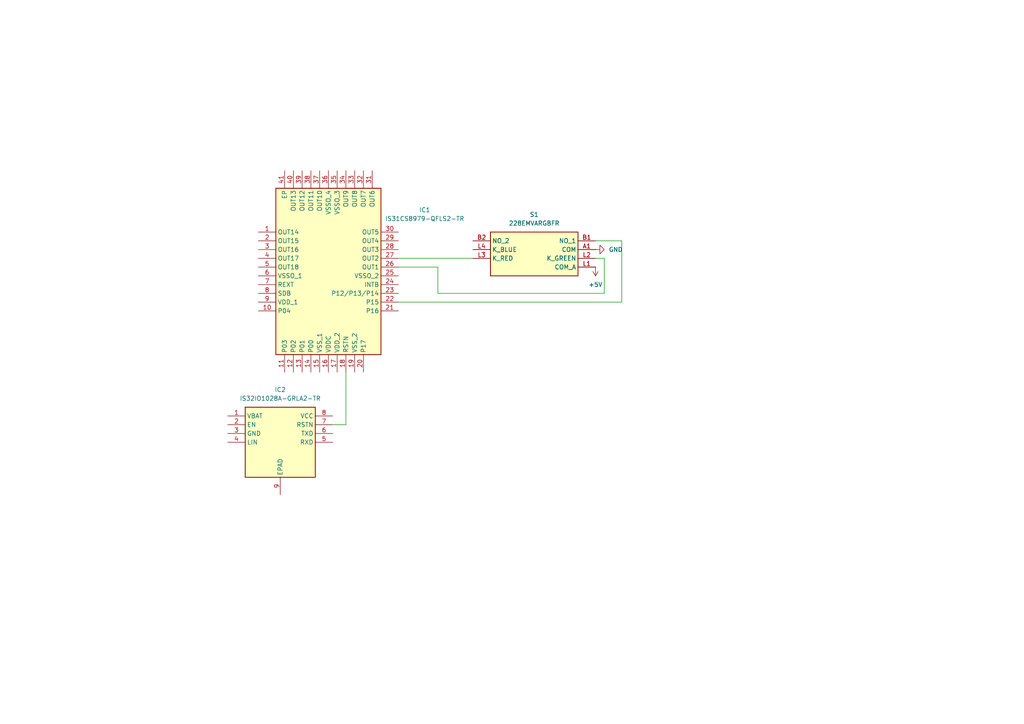
<source format=kicad_sch>
(kicad_sch (version 20250114) (generator "eeschema") (generator_version "9.0")
  (paper "A4")
  (lib_symbols
    (symbol "SamacSys_Parts:228EMVARGBFR"
      (property "Reference" "S" (at 31.75 7.62 0))
      (property "Value" "228EMVARGBFR" (at 31.75 5.08 0))
      (symbol "228EMVARGBFR_1_1"
        (rectangle (start 5.08 2.54) (end 30.48 -10.16) (stroke (width 0.254)) (fill (type background)))
        (pin passive line (at 0 0 0) (length 5.08) (name "NO_2") (number "B2"))
        (pin passive line (at 0 -2.54 0) (length 5.08) (name "K_BLUE") (number "L4"))
        (pin passive line (at 0 -5.08 0) (length 5.08) (name "K_RED") (number "L3"))
        (pin passive line (at 35.56 0 180) (length 5.08) (name "NO_1") (number "B1"))
        (pin passive line (at 35.56 -2.54 180) (length 5.08) (name "COM") (number "A1"))
        (pin passive line (at 35.56 -5.08 180) (length 5.08) (name "K_GREEN") (number "L2"))
        (pin passive line (at 35.56 -7.62 180) (length 5.08) (name "COM_A") (number "L1"))
      )
    )
    (symbol "SamacSys_Parts:IS31CS8979-QFLS2-TR"
      (property "Reference" "IC" (at 36.83 17.78 0))
      (property "Value" "IS31CS8979-QFLS2-TR" (at 36.83 15.24 0))
      (symbol "IS31CS8979-QFLS2-TR_1_1"
        (rectangle (start 5.08 12.7) (end 35.56 -35.56) (stroke (width 0.254)) (fill (type background)))
        (pin passive line (at 0 0 0) (length 5.08) (name "OUT14") (number "1"))
        (pin passive line (at 0 -2.54 0) (length 5.08) (name "OUT15") (number "2"))
        (pin passive line (at 0 -5.08 0) (length 5.08) (name "OUT16") (number "3"))
        (pin passive line (at 0 -7.62 0) (length 5.08) (name "OUT17") (number "4"))
        (pin passive line (at 0 -10.16 0) (length 5.08) (name "OUT18") (number "5"))
        (pin passive line (at 0 -12.7 0) (length 5.08) (name "VSSO_1") (number "6"))
        (pin passive line (at 0 -15.24 0) (length 5.08) (name "REXT") (number "7"))
        (pin passive line (at 0 -17.78 0) (length 5.08) (name "SDB") (number "8"))
        (pin passive line (at 0 -20.32 0) (length 5.08) (name "VDD_1") (number "9"))
        (pin passive line (at 0 -22.86 0) (length 5.08) (name "P04") (number "10"))
        (pin passive line (at 7.62 17.78 270) (length 5.08) (name "EP") (number "41"))
        (pin passive line (at 7.62 -40.64 90) (length 5.08) (name "P03") (number "11"))
        (pin passive line (at 10.16 17.78 270) (length 5.08) (name "OUT13") (number "40"))
        (pin passive line (at 10.16 -40.64 90) (length 5.08) (name "P02") (number "12"))
        (pin passive line (at 12.7 17.78 270) (length 5.08) (name "OUT12") (number "39"))
        (pin passive line (at 12.7 -40.64 90) (length 5.08) (name "P01") (number "13"))
        (pin passive line (at 15.24 17.78 270) (length 5.08) (name "OUT11") (number "38"))
        (pin passive line (at 15.24 -40.64 90) (length 5.08) (name "P00") (number "14"))
        (pin passive line (at 17.78 17.78 270) (length 5.08) (name "OUT10") (number "37"))
        (pin passive line (at 17.78 -40.64 90) (length 5.08) (name "VSS_1") (number "15"))
        (pin passive line (at 20.32 17.78 270) (length 5.08) (name "VSSO_4") (number "36"))
        (pin passive line (at 20.32 -40.64 90) (length 5.08) (name "VDDC") (number "16"))
        (pin passive line (at 22.86 17.78 270) (length 5.08) (name "VSSO_3") (number "35"))
        (pin passive line (at 22.86 -40.64 90) (length 5.08) (name "VDD_2") (number "17"))
        (pin passive line (at 25.4 17.78 270) (length 5.08) (name "OUT9") (number "34"))
        (pin passive line (at 25.4 -40.64 90) (length 5.08) (name "RSTN") (number "18"))
        (pin passive line (at 27.94 17.78 270) (length 5.08) (name "OUT8") (number "33"))
        (pin passive line (at 27.94 -40.64 90) (length 5.08) (name "VSS_2") (number "19"))
        (pin passive line (at 30.48 17.78 270) (length 5.08) (name "OUT7") (number "32"))
        (pin passive line (at 30.48 -40.64 90) (length 5.08) (name "P17") (number "20"))
        (pin passive line (at 33.02 17.78 270) (length 5.08) (name "OUT6") (number "31"))
        (pin passive line (at 40.64 0 180) (length 5.08) (name "OUT5") (number "30"))
        (pin passive line (at 40.64 -2.54 180) (length 5.08) (name "OUT4") (number "29"))
        (pin passive line (at 40.64 -5.08 180) (length 5.08) (name "OUT3") (number "28"))
        (pin passive line (at 40.64 -7.62 180) (length 5.08) (name "OUT2") (number "27"))
        (pin passive line (at 40.64 -10.16 180) (length 5.08) (name "OUT1") (number "26"))
        (pin passive line (at 40.64 -12.7 180) (length 5.08) (name "VSSO_2") (number "25"))
        (pin passive line (at 40.64 -15.24 180) (length 5.08) (name "INTB") (number "24"))
        (pin passive line (at 40.64 -17.78 180) (length 5.08) (name "P12/P13/P14") (number "23"))
        (pin passive line (at 40.64 -20.32 180) (length 5.08) (name "P15") (number "22"))
        (pin passive line (at 40.64 -22.86 180) (length 5.08) (name "P16") (number "21"))
      )
    )
    (symbol "SamacSys_Parts:IS32IO1028A-GRLA2-TR"
      (property "Reference" "IC" (at 26.67 7.62 0))
      (property "Value" "IS32IO1028A-GRLA2-TR" (at 26.67 5.08 0))
      (symbol "IS32IO1028A-GRLA2-TR_1_1"
        (rectangle (start 5.08 2.54) (end 25.4 -17.78) (stroke (width 0.254)) (fill (type background)))
        (pin passive line (at 0 0 0) (length 5.08) (name "VBAT") (number "1"))
        (pin passive line (at 0 -2.54 0) (length 5.08) (name "EN") (number "2"))
        (pin passive line (at 0 -5.08 0) (length 5.08) (name "GND") (number "3"))
        (pin passive line (at 0 -7.62 0) (length 5.08) (name "LIN") (number "4"))
        (pin passive line (at 15.24 -22.86 90) (length 5.08) (name "EPAD") (number "9"))
        (pin passive line (at 30.48 0 180) (length 5.08) (name "VCC") (number "8"))
        (pin passive line (at 30.48 -2.54 180) (length 5.08) (name "RSTN") (number "7"))
        (pin passive line (at 30.48 -5.08 180) (length 5.08) (name "TXD") (number "6"))
        (pin passive line (at 30.48 -7.62 180) (length 5.08) (name "RXD") (number "5"))
      )
    )
    (symbol "power:+5V" (power) (pin_numbers (hide yes)) (pin_names (offset 0) (hide yes))
      (property "Value" "+5V" (at 0 3.556 0))
      (symbol "+5V_0_1"
        (polyline (pts (xy -0.762 1.27) (xy 0 2.54)))
        (polyline (pts (xy 0 2.54) (xy 0.762 1.27)))
        (polyline (pts (xy 0 0) (xy 0 2.54)))
      )
      (symbol "+5V_1_1"
        (pin power_in line (at 0 0 90) (length 0) (name "~") (number "1"))
      )
    )
    (symbol "power:GND" (power) (pin_numbers (hide yes)) (pin_names (offset 0) (hide yes))
      (property "Value" "GND" (at 0 -3.81 0))
      (symbol "GND_0_1"
        (polyline (pts (xy 0 0) (xy 0 -1.27) (xy 1.27 -1.27) (xy 0 -2.54) (xy -1.27 -1.27) (xy 0 -1.27)))
      )
      (symbol "GND_1_1"
        (pin power_in line (at 0 0 270) (length 0) (name "~") (number "1"))
      )
    )
  )
  (wire (pts (xy 180.34 69.85) (xy 180.34 87.63)))
  (wire (pts (xy 115.57 77.47) (xy 127 77.47)))
  (wire (pts (xy 100.33 123.19) (xy 96.52 123.19)))
  (wire (pts (xy 175.26 85.09) (xy 127 85.09)))
  (wire (pts (xy 175.26 74.93) (xy 175.26 85.09)))
  (wire (pts (xy 172.72 69.85) (xy 180.34 69.85)))
  (wire (pts (xy 115.57 74.93) (xy 137.16 74.93)))
  (wire (pts (xy 127 77.47) (xy 127 85.09)))
  (wire (pts (xy 172.72 74.93) (xy 175.26 74.93)))
  (wire (pts (xy 115.57 87.63) (xy 180.34 87.63)))
  (wire (pts (xy 100.33 107.95) (xy 100.33 123.19)))
  (symbol (lib_id "power:+5V") (at 172.72 77.47 180) (unit 1)
    (property "Reference" "#PWR01" (effects (hide yes)))
    (property "Value" "+5V" (at 172.72 82.55 0))
    (property "Description" "Power symbol creates a global label with name \"+5V\"" (effects (hide yes)))
  )
  (symbol (lib_id "SamacSys_Parts:IS32IO1028A-GRLA2-TR") (at 66.04 120.65 0) (unit 1)
    (property "Reference" "IC2" (at 81.28 113.03 0))
    (property "Value" "IS32IO1028A-GRLA2-TR" (at 81.28 115.57 0))
    (property "Footprint" "SOIC127P600X170-9N" (effects (hide yes)))
    (property "Datasheet" "https://www.lumissil.com/assets/pdf/core/IS32IO1028_DS.pdf" (effects (hide yes)))
    (property "Description" "SOP-8, 4.9mmx3.9mm" (effects (hide yes)))
    (property "Height" "1.7" (effects (hide yes)))
    (property "Manufacturer_Name" "Lumissil Microsystems" (effects (hide yes)))
    (property "Manufacturer_Part_Number" "IS32IO1028A-GRLA2-TR" (effects (hide yes)))
    (property "Mouser Part Number" "870-2IO1028A-GRLA2TR" (effects (hide yes)))
    (property "Mouser Price/Stock" "https://www.mouser.co.uk/ProductDetail/Lumissil/IS32IO1028A-GRLA2-TR?qs=HoCaDK9Nz5efVuPbStEqtg%3D%3D" (effects (hide yes)))
  )
  (symbol (lib_id "SamacSys_Parts:228EMVARGBFR") (at 137.16 69.85 0) (unit 1)
    (property "Reference" "S1" (at 154.94 62.23 0))
    (property "Value" "228EMVARGBFR" (at 154.94 64.77 0))
    (property "Footprint" "228EMVARGBFR" (effects (hide yes)))
    (property "Datasheet" "https://www.ctscorp.com/Files/DataSheets/Switches/Tactile-Switches/CTS-Switches-Tactile-228E-Series-Datasheet.pdf" (effects (hide yes)))
    (property "Description" "Tactile Switches LED tact sw, gullwing, vertical, red,green&blue flat led" (effects (hide yes)))
    (property "Height" "5.7" (effects (hide yes)))
    (property "Manufacturer_Name" "CTS" (effects (hide yes)))
    (property "Manufacturer_Part_Number" "228EMVARGBFR" (effects (hide yes)))
    (property "Mouser Part Number" "774-228EMVARGBFR" (effects (hide yes)))
    (property "Mouser Price/Stock" "https://www.mouser.co.uk/ProductDetail/CTS-Electronic-Components/228EMVARGBFR?qs=BJlw7L4Cy7%2FeuEuJlsaHQw%3D%3D" (effects (hide yes)))
  )
  (symbol (lib_id "power:GND") (at 172.72 72.39 90) (unit 1)
    (property "Reference" "#PWR02" (effects (hide yes)))
    (property "Value" "GND" (at 176.53 72.3899 90) (effects (justify right)))
    (property "Description" "Power symbol creates a global label with name \"GND\" , ground" (effects (hide yes)))
  )
  (symbol (lib_id "SamacSys_Parts:IS31CS8979-QFLS2-TR") (at 74.93 67.31 0) (unit 1)
    (property "Reference" "IC1" (at 123.19 60.8898 0))
    (property "Value" "IS31CS8979-QFLS2-TR" (at 123.19 63.4298 0))
    (property "Footprint" "QFN50P600X600X80-41N-D" (effects (hide yes)))
    (property "Datasheet" "https://www.lumissil.com/assets/pdf/core/IS31CS8979_DS.pdf" (effects (hide yes)))
    (property "Description" "18-CHANNEL INTELLIGENT LED DRIVERS WITH BUILT-IN MCU, QFN-40, 6.0mmx6.0mm" (effects (hide yes)))
    (property "Height" "0.8" (effects (hide yes)))
    (property "Manufacturer_Name" "Lumissil Microsystems" (effects (hide yes)))
    (property "Manufacturer_Part_Number" "IS31CS8979-QFLS2-TR" (effects (hide yes)))
  )
)
</source>
